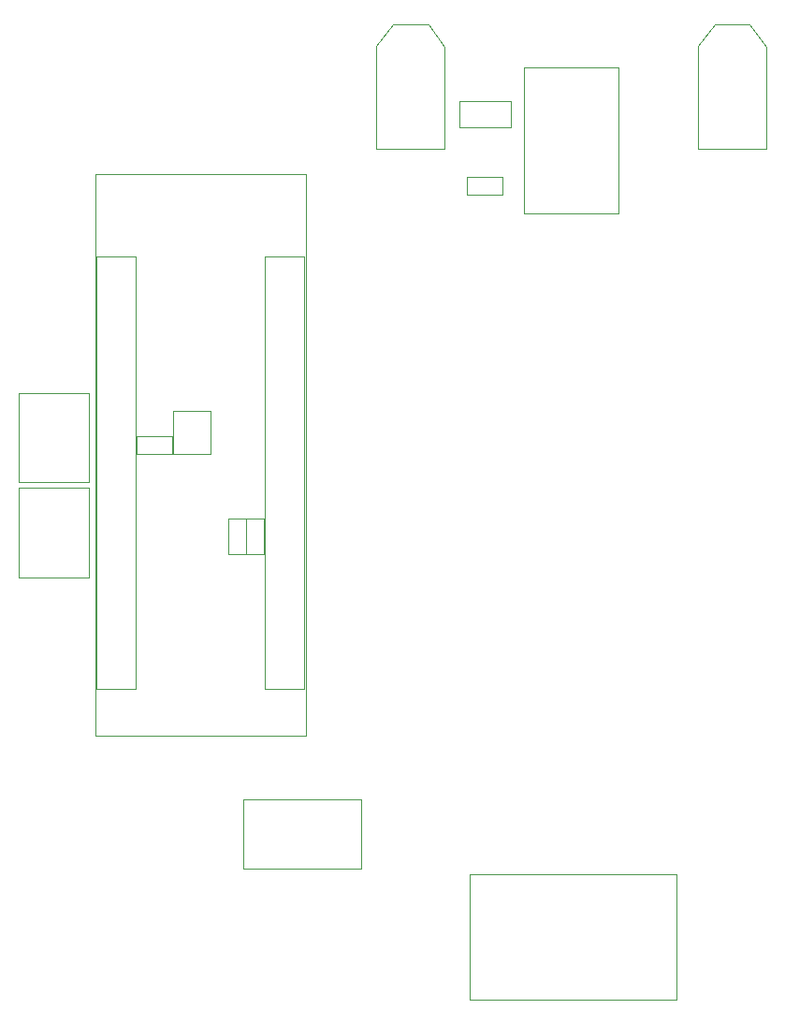
<source format=gbr>
%TF.GenerationSoftware,KiCad,Pcbnew,8.0.1*%
%TF.CreationDate,2024-04-24T20:44:49+02:00*%
%TF.ProjectId,Connectors_card,436f6e6e-6563-4746-9f72-735f63617264,rev?*%
%TF.SameCoordinates,Original*%
%TF.FileFunction,Other,User*%
%FSLAX46Y46*%
G04 Gerber Fmt 4.6, Leading zero omitted, Abs format (unit mm)*
G04 Created by KiCad (PCBNEW 8.0.1) date 2024-04-24 20:44:49*
%MOMM*%
%LPD*%
G01*
G04 APERTURE LIST*
%ADD10C,0.050000*%
%ADD11C,0.100000*%
G04 APERTURE END LIST*
D10*
%TO.C,J3*%
X99548200Y-96042000D02*
X105848200Y-96042000D01*
X99548200Y-104162000D02*
X99548200Y-96042000D01*
X105848200Y-96042000D02*
X105848200Y-104162000D01*
X105848200Y-104162000D02*
X99548200Y-104162000D01*
%TO.C,J5*%
X119878200Y-124212000D02*
X130538200Y-124212000D01*
X119878200Y-130512000D02*
X119878200Y-124212000D01*
X130538200Y-124212000D02*
X130538200Y-130512000D01*
X130538200Y-130512000D02*
X119878200Y-130512000D01*
%TO.C,Q1*%
X113478200Y-89142000D02*
X113478200Y-92982000D01*
X113478200Y-92982000D02*
X116878200Y-92982000D01*
X116878200Y-89142000D02*
X113478200Y-89142000D01*
X116878200Y-92982000D02*
X116878200Y-89142000D01*
%TO.C,F1*%
X139378200Y-61062000D02*
X144078200Y-61062000D01*
X139378200Y-63462000D02*
X139378200Y-61062000D01*
X144078200Y-61062000D02*
X144078200Y-63462000D01*
X144078200Y-63462000D02*
X139378200Y-63462000D01*
%TO.C,J6*%
X140333200Y-131022000D02*
X159023200Y-131022000D01*
X140333200Y-142332000D02*
X140333200Y-131022000D01*
X159023200Y-131022000D02*
X159023200Y-142332000D01*
X159023200Y-142332000D02*
X140333200Y-142332000D01*
%TO.C,U1*%
X106438200Y-67722000D02*
X125478200Y-67722000D01*
X106438200Y-118512000D02*
X106438200Y-67722000D01*
X125478200Y-67722000D02*
X125478200Y-118512000D01*
X125478200Y-118512000D02*
X106438200Y-118512000D01*
%TO.C,J1*%
X131878200Y-56062000D02*
X131878200Y-65362000D01*
X133378200Y-54162000D02*
X131878200Y-56062000D01*
X136578200Y-54162000D02*
X133378200Y-54162000D01*
X136578200Y-54162000D02*
X138078200Y-56162000D01*
X138078200Y-56162000D02*
X138078200Y-65362000D01*
X138078200Y-65362000D02*
X131878200Y-65362000D01*
%TO.C,J7*%
X106556200Y-75126000D02*
X110106200Y-75126000D01*
X106556200Y-114226000D02*
X106556200Y-75126000D01*
X110106200Y-75126000D02*
X110106200Y-114226000D01*
X110106200Y-114226000D02*
X106556200Y-114226000D01*
D11*
%TO.C,Q2*%
X145278200Y-58012000D02*
X153778200Y-58012000D01*
X145278200Y-71212000D02*
X145278200Y-58012000D01*
X153778200Y-58012000D02*
X153778200Y-71212000D01*
X153778200Y-71212000D02*
X145278200Y-71212000D01*
D10*
%TO.C,J8*%
X121796200Y-75126000D02*
X125346200Y-75126000D01*
X121796200Y-114226000D02*
X121796200Y-75126000D01*
X125346200Y-75126000D02*
X125346200Y-114226000D01*
X125346200Y-114226000D02*
X121796200Y-114226000D01*
%TO.C,J4*%
X99548200Y-87462000D02*
X105848200Y-87462000D01*
X99548200Y-95582000D02*
X99548200Y-87462000D01*
X105848200Y-87462000D02*
X105848200Y-95582000D01*
X105848200Y-95582000D02*
X99548200Y-95582000D01*
%TO.C,R2*%
X110198200Y-91362000D02*
X113398200Y-91362000D01*
X110198200Y-92962000D02*
X110198200Y-91362000D01*
X113398200Y-91362000D02*
X113398200Y-92962000D01*
X113398200Y-92962000D02*
X110198200Y-92962000D01*
%TO.C,R1*%
X140078200Y-67962000D02*
X143278200Y-67962000D01*
X140078200Y-69562000D02*
X140078200Y-67962000D01*
X143278200Y-67962000D02*
X143278200Y-69562000D01*
X143278200Y-69562000D02*
X140078200Y-69562000D01*
%TO.C,C1*%
X120098200Y-98862000D02*
X121698200Y-98862000D01*
X120098200Y-102062000D02*
X120098200Y-98862000D01*
X121698200Y-98862000D02*
X121698200Y-102062000D01*
X121698200Y-102062000D02*
X120098200Y-102062000D01*
%TO.C,J2*%
X160978200Y-56062000D02*
X160978200Y-65362000D01*
X162478200Y-54162000D02*
X160978200Y-56062000D01*
X165678200Y-54162000D02*
X162478200Y-54162000D01*
X165678200Y-54162000D02*
X167178200Y-56162000D01*
X167178200Y-56162000D02*
X167178200Y-65362000D01*
X167178200Y-65362000D02*
X160978200Y-65362000D01*
%TO.C,R3*%
X118498200Y-98862000D02*
X120098200Y-98862000D01*
X118498200Y-102062000D02*
X118498200Y-98862000D01*
X120098200Y-98862000D02*
X120098200Y-102062000D01*
X120098200Y-102062000D02*
X118498200Y-102062000D01*
%TD*%
M02*

</source>
